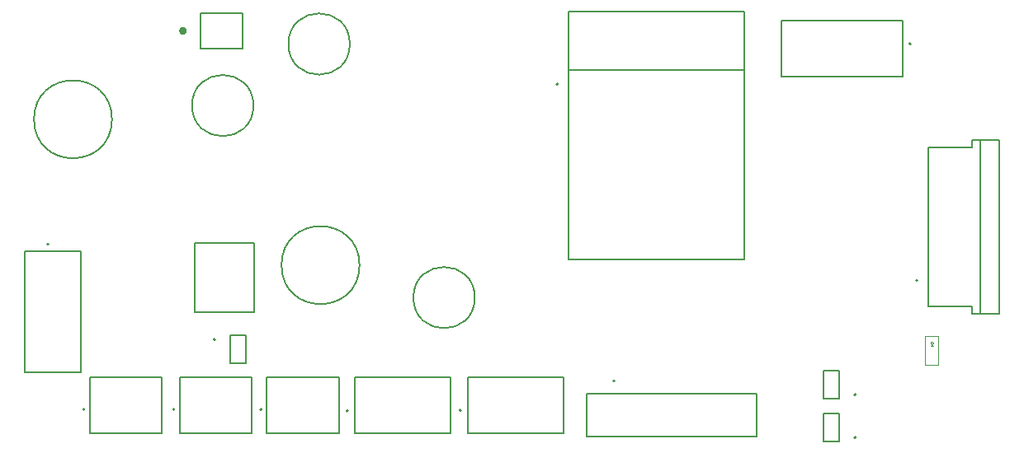
<source format=gbr>
%TF.GenerationSoftware,Altium Limited,Altium Designer,23.4.1 (23)*%
G04 Layer_Color=16711935*
%FSLAX45Y45*%
%MOMM*%
%TF.SameCoordinates,D6ADF24A-3376-43E2-8D1E-8FFFCD63A60F*%
%TF.FilePolarity,Positive*%
%TF.FileFunction,Other,3D_Top*%
%TF.Part,Single*%
G01*
G75*
%TA.AperFunction,NonConductor*%
%ADD115C,0.20000*%
%ADD116C,0.40000*%
%ADD117C,0.12700*%
%ADD120C,0.10000*%
%ADD124C,0.07000*%
D115*
X380000Y2073000D02*
G03*
X380000Y2073000I-10000J0D01*
G01*
X2086400Y1092100D02*
G03*
X2086400Y1092100I-10000J0D01*
G01*
X5603989Y3716809D02*
G03*
X5603989Y3716809I-10000J0D01*
G01*
X1670699Y373700D02*
G03*
X1670699Y373700I-10000J0D01*
G01*
X9293000Y1700000D02*
G03*
X9293000Y1700000I-10000J0D01*
G01*
X6187001Y668000D02*
G03*
X6187001Y668000I-10000J0D01*
G01*
X8663000Y83000D02*
G03*
X8663000Y83000I-10000J0D01*
G01*
X3450000Y361000D02*
G03*
X3450000Y361000I-10000J0D01*
G01*
X2564700Y373700D02*
G03*
X2564700Y373700I-10000J0D01*
G01*
X4610000Y364000D02*
G03*
X4610000Y364000I-10000J0D01*
G01*
X747700Y374700D02*
G03*
X747700Y374700I-10000J0D01*
G01*
X8663000Y525000D02*
G03*
X8663000Y525000I-10000J0D01*
G01*
X9224000Y4132000D02*
G03*
X9224000Y4132000I-10000J0D01*
G01*
D116*
X1775000Y4265000D02*
G03*
X1775000Y4265000I-20000J0D01*
G01*
D117*
X3567000Y1857000D02*
G03*
X3567000Y1857000I-400000J0D01*
G01*
X3468000Y4130000D02*
G03*
X3468000Y4130000I-315000J0D01*
G01*
X4750000Y1523000D02*
G03*
X4750000Y1523000I-315000J0D01*
G01*
X2479000Y3497000D02*
G03*
X2479000Y3497000I-315000J0D01*
G01*
X1027000Y3356000D02*
G03*
X1027000Y3356000I-400000J0D01*
G01*
X710000Y758000D02*
Y1998000D01*
X135000D02*
X710000D01*
X135000Y758000D02*
Y1998000D01*
Y758000D02*
X710000D01*
X2398001Y846000D02*
Y1136000D01*
X2238000Y846000D02*
X2398001D01*
X2238000D02*
Y1136000D01*
X2398001D01*
X1938750Y4083750D02*
Y4446250D01*
Y4083750D02*
X2371250D01*
Y4446250D01*
X1938750D02*
X2371250D01*
X1880000Y1372000D02*
Y2082000D01*
Y1372000D02*
X2490000D01*
Y2082000D01*
X1880000D02*
X2490000D01*
X5713989Y4465809D02*
X7513989D01*
Y3865809D02*
Y4465809D01*
Y1915809D02*
Y3865809D01*
X5713989Y1915809D02*
X7513989D01*
X5713989D02*
Y3865809D01*
Y4465809D01*
Y3865809D02*
X7513989D01*
X2463000Y126000D02*
Y701000D01*
X1723000Y126000D02*
X2463000D01*
X1723000D02*
Y701000D01*
X2463000D01*
X9400000Y1432500D02*
Y3067500D01*
X9940000Y3146000D02*
X10130000D01*
Y1354000D02*
Y3146000D01*
X9940000Y1354000D02*
X10130000D01*
X9400000Y1432500D02*
X9851000D01*
X9400000Y3067500D02*
X9851000D01*
X9940000Y1354000D02*
Y3146000D01*
X9851000Y1354000D02*
X9940000D01*
X9851000Y3146000D02*
X9940000D01*
X9851000Y1354000D02*
Y1432500D01*
Y3067500D02*
Y3146000D01*
X5895501Y533000D02*
X5895501Y93000D01*
X7638501D01*
X7638501Y533000D02*
X7638501Y93000D01*
X5895501Y533000D02*
X7638501D01*
X8331999Y333000D02*
X8492000D01*
X8331999Y43000D02*
X8492000D01*
X8331999D02*
Y333000D01*
X8492000Y43000D02*
X8492000Y333000D01*
X4505000Y126000D02*
Y701000D01*
X3515000Y126000D02*
X4505000D01*
X3515000D02*
Y701000D01*
X4505000D01*
X3357000Y126000D02*
Y701000D01*
X2617000Y126000D02*
X3357000D01*
X2617000D02*
Y701000D01*
X3357000D01*
X4675000Y704000D02*
X5665000D01*
X4675000Y129000D02*
Y704000D01*
Y129000D02*
X5665000D01*
Y704000D01*
X800000Y702000D02*
X1540000D01*
X800000Y127000D02*
Y702000D01*
Y127000D02*
X1540000D01*
Y702000D01*
X8492000Y485000D02*
X8492000Y775000D01*
X8332000Y485000D02*
Y775000D01*
Y485000D02*
X8492000D01*
X8332000Y775000D02*
X8492000D01*
X7899000Y3792000D02*
Y4367000D01*
X9139000D01*
Y3792000D02*
Y4367000D01*
X7899000Y3792000D02*
X9139000D01*
D120*
X9366000Y830000D02*
Y1130000D01*
X9506000Y830000D02*
Y1130000D01*
X9366000D02*
X9506000D01*
X9366000Y830000D02*
X9506000Y830000D01*
D124*
X9432242Y1050809D02*
X9449170D01*
X9453402Y1055041D01*
Y1063505D01*
X9449170Y1067737D01*
X9432242D01*
X9428010Y1063505D01*
Y1055041D01*
X9436474Y1059273D02*
X9428010Y1050809D01*
Y1055041D02*
X9432242Y1050809D01*
X9428010Y1029649D02*
X9453402D01*
X9440706Y1042345D01*
Y1025417D01*
%TF.MD5,1df5e4ce2036f3d881b7a69f7a8f7045*%
M02*

</source>
